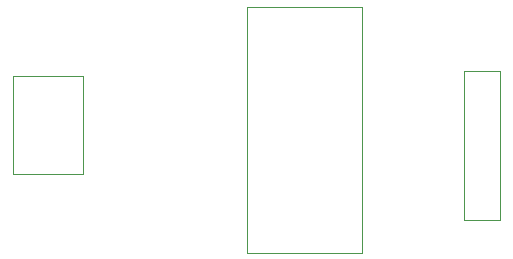
<source format=gbr>
%TF.GenerationSoftware,KiCad,Pcbnew,9.0.3-9.0.3-0~ubuntu24.04.1*%
%TF.CreationDate,2025-07-20T22:02:49+02:00*%
%TF.ProjectId,humidity-control,68756d69-6469-4747-992d-636f6e74726f,rev?*%
%TF.SameCoordinates,Original*%
%TF.FileFunction,Other,User*%
%FSLAX46Y46*%
G04 Gerber Fmt 4.6, Leading zero omitted, Abs format (unit mm)*
G04 Created by KiCad (PCBNEW 9.0.3-9.0.3-0~ubuntu24.04.1) date 2025-07-20 22:02:49*
%MOMM*%
%LPD*%
G01*
G04 APERTURE LIST*
%ADD10C,0.050000*%
G04 APERTURE END LIST*
D10*
%TO.C,HDT11*%
X118000000Y-67822200D02*
X124000000Y-67822200D01*
X118000000Y-76128000D02*
X118000000Y-67822200D01*
X124000000Y-67822200D02*
X124000000Y-76128000D01*
X124000000Y-76128000D02*
X118000000Y-76128000D01*
%TO.C,ULN7002A*%
X137820000Y-61980000D02*
X147550000Y-61980000D01*
X147550000Y-82800000D01*
X137820000Y-82800000D01*
X137820000Y-61980000D01*
%TO.C,REF\u002A\u002A*%
X156200000Y-80080000D02*
X159300000Y-80080000D01*
X159300000Y-67420000D01*
X156200000Y-67420000D01*
X156200000Y-80080000D01*
%TD*%
M02*

</source>
